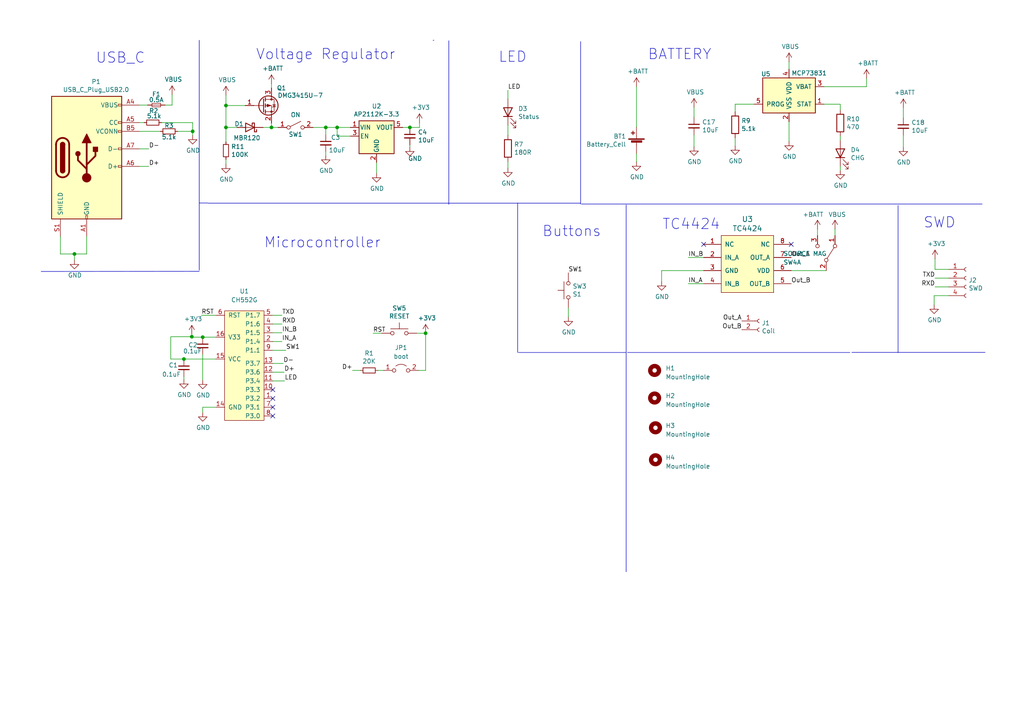
<source format=kicad_sch>
(kicad_sch (version 20230121) (generator eeschema)
  (paper "A4")
  (lib_symbols
    (symbol "Battery_Management:MCP73831-2-OT" (pin_names (offset 1.016))
      (property "Reference" "U" (at -7.62 6.35 0))
      (property "Value" "MCP73831-2-OT" (at 1.27 6.35 0))
      (symbol "MCP73831-2-OT_0_1"
        (rectangle (start -7.62 5.08) (end 7.62 -5.08) (stroke (width 0.254)) (fill (type background)))
      )
      (symbol "MCP73831-2-OT_1_1"
        (pin output line (at 10.16 -2.54 180) (length 2.54) (name "STAT") (number "1"))
        (pin power_in line (at 0 -7.62 90) (length 2.54) (name "VSS") (number "2"))
        (pin power_out line (at 10.16 2.54 180) (length 2.54) (name "VBAT") (number "3"))
        (pin power_in line (at 0 7.62 270) (length 2.54) (name "VDD") (number "4"))
        (pin input line (at -10.16 -2.54 0) (length 2.54) (name "PROG") (number "5"))
      )
    )
    (symbol "Connector:Conn_01x02_Female" (pin_names (offset 1.016) hide)
      (property "Reference" "J" (at 0 2.54 0))
      (property "Value" "Conn_01x02_Female" (at 0 -5.08 0))
      (symbol "Conn_01x02_Female_1_1"
        (arc (start 0 -2.032) (mid -0.5058 -2.54) (end 0 -3.048) (stroke (width 0.1524)))
        (polyline (pts (xy -1.27 -2.54) (xy -0.508 -2.54)) (stroke (width 0.1524)))
        (polyline (pts (xy -1.27 0) (xy -0.508 0)) (stroke (width 0.1524)))
        (arc (start 0 0.508) (mid -0.5058 0) (end 0 -0.508) (stroke (width 0.1524)))
        (pin passive line (at -5.08 0 0) (length 3.81) (name "Pin_1") (number "1"))
        (pin passive line (at -5.08 -2.54 0) (length 3.81) (name "Pin_2") (number "2"))
      )
    )
    (symbol "Connector:Conn_01x04_Female" (pin_names (offset 1.016) hide)
      (property "Reference" "J" (at 0 5.08 0))
      (property "Value" "Conn_01x04_Female" (at 0 -7.62 0))
      (symbol "Conn_01x04_Female_1_1"
        (arc (start 0 -4.572) (mid -0.5058 -5.08) (end 0 -5.588) (stroke (width 0.1524)))
        (arc (start 0 -2.032) (mid -0.5058 -2.54) (end 0 -3.048) (stroke (width 0.1524)))
        (polyline (pts (xy -1.27 -5.08) (xy -0.508 -5.08)) (stroke (width 0.1524)))
        (polyline (pts (xy -1.27 -2.54) (xy -0.508 -2.54)) (stroke (width 0.1524)))
        (polyline (pts (xy -1.27 0) (xy -0.508 0)) (stroke (width 0.1524)))
        (polyline (pts (xy -1.27 2.54) (xy -0.508 2.54)) (stroke (width 0.1524)))
        (arc (start 0 0.508) (mid -0.5058 0) (end 0 -0.508) (stroke (width 0.1524)))
        (arc (start 0 3.048) (mid -0.5058 2.54) (end 0 2.032) (stroke (width 0.1524)))
        (pin passive line (at -5.08 2.54 0) (length 3.81) (name "Pin_1") (number "1"))
        (pin passive line (at -5.08 0 0) (length 3.81) (name "Pin_2") (number "2"))
        (pin passive line (at -5.08 -2.54 0) (length 3.81) (name "Pin_3") (number "3"))
        (pin passive line (at -5.08 -5.08 0) (length 3.81) (name "Pin_4") (number "4"))
      )
    )
    (symbol "Connector:USB_C_Plug_USB2.0" (pin_names (offset 1.016))
      (property "Reference" "P" (at -10.16 19.05 0))
      (property "Value" "USB_C_Plug_USB2.0" (at 12.7 19.05 0))
      (symbol "USB_C_Plug_USB2.0_0_0"
        (rectangle (start -0.254 -17.78) (end 0.254 -16.764))
        (rectangle (start 10.16 -2.286) (end 9.144 -2.794))
        (rectangle (start 10.16 2.794) (end 9.144 2.286))
        (rectangle (start 10.16 7.874) (end 9.144 7.366))
        (rectangle (start 10.16 10.414) (end 9.144 9.906))
        (rectangle (start 10.16 15.494) (end 9.144 14.986))
      )
      (symbol "USB_C_Plug_USB2.0_0_1"
        (rectangle (start -10.16 17.78) (end 10.16 -17.78) (stroke (width 0.254)) (fill (type background)))
        (arc (start -8.89 -3.81) (mid -6.985 -5.7067) (end -5.08 -3.81) (stroke (width 0.508)))
        (arc (start -7.62 -3.81) (mid -6.985 -4.4423) (end -6.35 -3.81) (stroke (width 0.254)))
        (arc (start -7.62 -3.81) (mid -6.985 -4.4423) (end -6.35 -3.81) (stroke (width 0.254)) (fill (type outline)))
        (rectangle (start -7.62 -3.81) (end -6.35 3.81) (stroke (width 0.254)) (fill (type outline)))
        (arc (start -6.35 3.81) (mid -6.985 4.4423) (end -7.62 3.81) (stroke (width 0.254)))
        (arc (start -6.35 3.81) (mid -6.985 4.4423) (end -7.62 3.81) (stroke (width 0.254)) (fill (type outline)))
        (arc (start -5.08 3.81) (mid -6.985 5.7067) (end -8.89 3.81) (stroke (width 0.508)))
        (circle (center -2.54 1.143) (radius 0.635) (stroke (width 0.254)) (fill (type outline)))
        (circle (center 0 -5.842) (radius 1.27) (fill (type outline)))
        (polyline (pts (xy -8.89 -3.81) (xy -8.89 3.81)) (stroke (width 0.508)))
        (polyline (pts (xy -5.08 3.81) (xy -5.08 -3.81)) (stroke (width 0.508)))
        (polyline (pts (xy 0 -5.842) (xy 0 4.318)) (stroke (width 0.508)))
        (polyline (pts (xy 0 -3.302) (xy -2.54 -0.762) (xy -2.54 0.508)) (stroke (width 0.508)))
        (polyline (pts (xy 0 -2.032) (xy 2.54 0.508) (xy 2.54 1.778)) (stroke (width 0.508)))
        (polyline (pts (xy -1.27 4.318) (xy 0 6.858) (xy 1.27 4.318) (xy -1.27 4.318)) (stroke (width 0.254)) (fill (type outline)))
        (rectangle (start 1.905 1.778) (end 3.175 3.048) (stroke (width 0.254)) (fill (type outline)))
      )
      (symbol "USB_C_Plug_USB2.0_1_1"
        (pin passive line (at 0 -22.86 90) (length 5.08) (name "GND") (number "A1"))
        (pin passive line (at 0 -22.86 90) (length 5.08) hide (name "GND") (number "A12"))
        (pin passive line (at 15.24 15.24 180) (length 5.08) (name "VBUS") (number "A4"))
        (pin bidirectional line (at 15.24 10.16 180) (length 5.08) (name "CC") (number "A5"))
        (pin bidirectional line (at 15.24 -2.54 180) (length 5.08) (name "D+") (number "A6"))
        (pin bidirectional line (at 15.24 2.54 180) (length 5.08) (name "D-") (number "A7"))
        (pin passive line (at 15.24 15.24 180) (length 5.08) hide (name "VBUS") (number "A9"))
        (pin passive line (at 0 -22.86 90) (length 5.08) hide (name "GND") (number "B1"))
        (pin passive line (at 0 -22.86 90) (length 5.08) hide (name "GND") (number "B12"))
        (pin passive line (at 15.24 15.24 180) (length 5.08) hide (name "VBUS") (number "B4"))
        (pin bidirectional line (at 15.24 7.62 180) (length 5.08) (name "VCONN") (number "B5"))
        (pin passive line (at 15.24 15.24 180) (length 5.08) hide (name "VBUS") (number "B9"))
        (pin passive line (at -7.62 -22.86 90) (length 5.08) (name "SHIELD") (number "S1"))
      )
    )
    (symbol "Device:Battery_Cell" (pin_numbers hide) (pin_names (offset 0) hide)
      (property "Reference" "BT" (at 2.54 2.54 0))
      (property "Value" "Battery_Cell" (at 2.54 0 0))
      (symbol "Battery_Cell_0_1"
        (rectangle (start -2.286 1.778) (end 2.286 1.524) (fill (type outline)))
        (rectangle (start -1.5748 1.1938) (end 1.4732 0.6858) (fill (type outline)))
        (polyline (pts (xy 0 0.762) (xy 0 0)))
        (polyline (pts (xy 0 1.778) (xy 0 2.54)))
        (polyline (pts (xy 0.508 3.429) (xy 1.524 3.429)) (stroke (width 0.254)))
        (polyline (pts (xy 1.016 3.937) (xy 1.016 2.921)) (stroke (width 0.254)))
      )
      (symbol "Battery_Cell_1_1"
        (pin passive line (at 0 5.08 270) (length 2.54) (name "+") (number "1"))
        (pin passive line (at 0 -2.54 90) (length 2.54) (name "-") (number "2"))
      )
    )
    (symbol "Device:C_Small" (pin_numbers hide) (pin_names (offset 0.254) hide)
      (property "Reference" "C" (at 0.254 1.778 0))
      (property "Value" "C_Small" (at 0.254 -2.032 0))
      (symbol "C_Small_0_1"
        (polyline (pts (xy -1.524 -0.508) (xy 1.524 -0.508)) (stroke (width 0.3302)))
        (polyline (pts (xy -1.524 0.508) (xy 1.524 0.508)) (stroke (width 0.3048)))
      )
      (symbol "C_Small_1_1"
        (pin passive line (at 0 2.54 270) (length 2.032) (name "~") (number "1"))
        (pin passive line (at 0 -2.54 90) (length 2.032) (name "~") (number "2"))
      )
    )
    (symbol "Device:Fuse_Small" (pin_numbers hide) (pin_names (offset 0.254) hide)
      (property "Reference" "F" (at 0 -1.524 0))
      (property "Value" "Fuse_Small" (at 0 1.524 0))
      (symbol "Fuse_Small_0_1"
        (rectangle (start -1.27 0.508) (end 1.27 -0.508))
        (polyline (pts (xy -1.27 0) (xy 1.27 0)))
      )
      (symbol "Fuse_Small_1_1"
        (pin passive line (at -2.54 0 0) (length 1.27) (name "~") (number "1"))
        (pin passive line (at 2.54 0 180) (length 1.27) (name "~") (number "2"))
      )
    )
    (symbol "Device:LED" (pin_numbers hide) (pin_names (offset 1.016) hide)
      (property "Reference" "D" (at 0 2.54 0))
      (property "Value" "LED" (at 0 -2.54 0))
      (symbol "LED_0_1"
        (polyline (pts (xy -1.27 -1.27) (xy -1.27 1.27)) (stroke (width 0.254)))
        (polyline (pts (xy -1.27 0) (xy 1.27 0)))
        (polyline (pts (xy 1.27 -1.27) (xy 1.27 1.27) (xy -1.27 0) (xy 1.27 -1.27)) (stroke (width 0.254)))
        (polyline (pts (xy -3.048 -0.762) (xy -4.572 -2.286) (xy -3.81 -2.286) (xy -4.572 -2.286) (xy -4.572 -1.524)))
        (polyline (pts (xy -1.778 -0.762) (xy -3.302 -2.286) (xy -2.54 -2.286) (xy -3.302 -2.286) (xy -3.302 -1.524)))
      )
      (symbol "LED_1_1"
        (pin passive line (at -3.81 0 0) (length 2.54) (name "K") (number "1"))
        (pin passive line (at 3.81 0 180) (length 2.54) (name "A") (number "2"))
      )
    )
    (symbol "Device:Q_PMOS_GSD" (pin_names (offset 0) hide)
      (property "Reference" "Q" (at 5.08 1.27 0))
      (property "Value" "Q_PMOS_GSD" (at 5.08 -1.27 0))
      (symbol "Q_PMOS_GSD_0_1"
        (polyline (pts (xy 0.254 0) (xy -2.54 0)))
        (polyline (pts (xy 0.254 1.905) (xy 0.254 -1.905)) (stroke (width 0.254)))
        (polyline (pts (xy 0.762 -1.27) (xy 0.762 -2.286)) (stroke (width 0.254)))
        (polyline (pts (xy 0.762 0.508) (xy 0.762 -0.508)) (stroke (width 0.254)))
        (polyline (pts (xy 0.762 2.286) (xy 0.762 1.27)) (stroke (width 0.254)))
        (polyline (pts (xy 2.54 2.54) (xy 2.54 1.778)))
        (polyline (pts (xy 2.54 -2.54) (xy 2.54 0) (xy 0.762 0)))
        (polyline (pts (xy 0.762 1.778) (xy 3.302 1.778) (xy 3.302 -1.778) (xy 0.762 -1.778)))
        (polyline (pts (xy 2.286 0) (xy 1.27 0.381) (xy 1.27 -0.381) (xy 2.286 0)) (fill (type outline)))
        (polyline (pts (xy 2.794 -0.508) (xy 2.921 -0.381) (xy 3.683 -0.381) (xy 3.81 -0.254)))
        (polyline (pts (xy 3.302 -0.381) (xy 2.921 0.254) (xy 3.683 0.254) (xy 3.302 -0.381)))
        (circle (center 1.651 0) (radius 2.794) (stroke (width 0.254)))
        (circle (center 2.54 -1.778) (radius 0.254) (fill (type outline)))
        (circle (center 2.54 1.778) (radius 0.254) (fill (type outline)))
      )
      (symbol "Q_PMOS_GSD_1_1"
        (pin input line (at -5.08 0 0) (length 2.54) (name "G") (number "1"))
        (pin passive line (at 2.54 -5.08 90) (length 2.54) (name "S") (number "2"))
        (pin passive line (at 2.54 5.08 270) (length 2.54) (name "D") (number "3"))
      )
    )
    (symbol "Device:R" (pin_numbers hide) (pin_names (offset 0))
      (property "Reference" "R" (at 2.032 0 90))
      (property "Value" "R" (at 0 0 90))
      (symbol "R_0_1"
        (rectangle (start -1.016 -2.54) (end 1.016 2.54) (stroke (width 0.254)))
      )
      (symbol "R_1_1"
        (pin passive line (at 0 3.81 270) (length 1.27) (name "~") (number "1"))
        (pin passive line (at 0 -3.81 90) (length 1.27) (name "~") (number "2"))
      )
    )
    (symbol "Device:R_Small" (pin_numbers hide) (pin_names (offset 0.254) hide)
      (property "Reference" "R" (at 0.762 0.508 0))
      (property "Value" "R_Small" (at 0.762 -1.016 0))
      (symbol "R_Small_0_1"
        (rectangle (start -0.762 1.778) (end 0.762 -1.778) (stroke (width 0.2032)))
      )
      (symbol "R_Small_1_1"
        (pin passive line (at 0 2.54 270) (length 0.762) (name "~") (number "1"))
        (pin passive line (at 0 -2.54 90) (length 0.762) (name "~") (number "2"))
      )
    )
    (symbol "Diode:MBR340" (pin_numbers hide) (pin_names (offset 1.016) hide)
      (property "Reference" "D" (at 0 2.54 0))
      (property "Value" "MBR340" (at 0 -2.54 0))
      (symbol "MBR340_0_1"
        (polyline (pts (xy 1.27 0) (xy -1.27 0)))
        (polyline (pts (xy 1.27 1.27) (xy 1.27 -1.27) (xy -1.27 0) (xy 1.27 1.27)) (stroke (width 0.254)))
        (polyline (pts (xy -1.905 0.635) (xy -1.905 1.27) (xy -1.27 1.27) (xy -1.27 -1.27) (xy -0.635 -1.27) (xy -0.635 -0.635)) (stroke (width 0.254)))
      )
      (symbol "MBR340_1_1"
        (pin passive line (at -3.81 0 0) (length 2.54) (name "K") (number "1"))
        (pin passive line (at 3.81 0 180) (length 2.54) (name "A") (number "2"))
      )
    )
    (symbol "HunterCat-NFC-rescue:AP2112K-3.3-Regulator_Linear" (pin_names (offset 0.254))
      (property "Reference" "U" (at -5.08 5.715 0))
      (property "Value" "AP2112K-3.3-Regulator_Linear" (at 0 5.715 0))
      (symbol "AP2112K-3.3-Regulator_Linear_0_1"
        (rectangle (start -5.08 4.445) (end 5.08 -5.08) (stroke (width 0.254)) (fill (type background)))
      )
      (symbol "AP2112K-3.3-Regulator_Linear_1_1"
        (pin power_in line (at -7.62 2.54 0) (length 2.54) (name "VIN") (number "1"))
        (pin power_in line (at 0 -7.62 90) (length 2.54) (name "GND") (number "2"))
        (pin input line (at -7.62 0 0) (length 2.54) (name "EN") (number "3"))
        (pin no_connect line (at 7.62 0 180) (length 2.54) hide (name "NC") (number "4"))
        (pin power_out line (at 7.62 2.54 180) (length 2.54) (name "VOUT") (number "5"))
      )
    )
    (symbol "Jumper:Jumper_2_Open" (pin_names (offset 0) hide)
      (property "Reference" "JP" (at 0 2.794 0))
      (property "Value" "Jumper_2_Open" (at 0 -2.286 0))
      (symbol "Jumper_2_Open_0_0"
        (circle (center -2.032 0) (radius 0.508))
        (circle (center 2.032 0) (radius 0.508))
      )
      (symbol "Jumper_2_Open_0_1"
        (arc (start 1.524 1.27) (mid 0 1.778) (end -1.524 1.27))
      )
      (symbol "Jumper_2_Open_1_1"
        (pin passive line (at -5.08 0 0) (length 2.54) (name "A") (number "1"))
        (pin passive line (at 5.08 0 180) (length 2.54) (name "B") (number "2"))
      )
    )
    (symbol "Magspoof_V3-rescue:TC4424-electroniccats" (pin_names (offset 1.016))
      (property "Reference" "U" (at -7.62 10.16 0))
      (property "Value" "TC4424-electroniccats" (at 3.81 10.16 0))
      (symbol "TC4424-electroniccats_0_1"
        (rectangle (start -7.62 8.89) (end 7.62 -7.62) (fill (type background)))
      )
      (symbol "TC4424-electroniccats_1_1"
        (pin input line (at -12.7 6.35 0) (length 5.08) (name "NC") (number "1"))
        (pin input line (at -12.7 2.54 0) (length 5.08) (name "IN_A") (number "2"))
        (pin input line (at -12.7 -1.27 0) (length 5.08) (name "GND") (number "3"))
        (pin input line (at -12.7 -5.08 0) (length 5.08) (name "IN_B") (number "4"))
        (pin input line (at 12.7 -5.08 180) (length 5.08) (name "OUT_B") (number "5"))
        (pin input line (at 12.7 -1.27 180) (length 5.08) (name "VDD") (number "6"))
        (pin input line (at 12.7 2.54 180) (length 5.08) (name "OUT_A") (number "7"))
        (pin input line (at 12.7 6.35 180) (length 5.08) (name "NC") (number "8"))
      )
    )
    (symbol "Mechanical:MountingHole" (pin_names (offset 1.016))
      (property "Reference" "H" (at 0 5.08 0))
      (property "Value" "MountingHole" (at 0 3.175 0))
      (symbol "MountingHole_0_1"
        (circle (center 0 0) (radius 1.27) (stroke (width 1.27)))
      )
    )
    (symbol "Switch:SW_DPDT_x2" (pin_names (offset 0) hide)
      (property "Reference" "SW" (at 0 4.318 0))
      (property "Value" "SW_DPDT_x2" (at 0 -5.08 0))
      (symbol "SW_DPDT_x2_0_0"
        (circle (center -2.032 0) (radius 0.508))
        (circle (center 2.032 -2.54) (radius 0.508))
      )
      (symbol "SW_DPDT_x2_0_1"
        (polyline (pts (xy -1.524 0.254) (xy 1.651 2.286)))
        (circle (center 2.032 2.54) (radius 0.508))
      )
      (symbol "SW_DPDT_x2_1_1"
        (pin passive line (at 5.08 2.54 180) (length 2.54) (name "A") (number "1"))
        (pin passive line (at -5.08 0 0) (length 2.54) (name "B") (number "2"))
        (pin passive line (at 5.08 -2.54 180) (length 2.54) (name "C") (number "3"))
      )
      (symbol "SW_DPDT_x2_2_1"
        (pin passive line (at 5.08 2.54 180) (length 2.54) (name "A") (number "4"))
        (pin passive line (at -5.08 0 0) (length 2.54) (name "B") (number "5"))
        (pin passive line (at 5.08 -2.54 180) (length 2.54) (name "C") (number "6"))
      )
    )
    (symbol "Switch:SW_Push" (pin_numbers hide) (pin_names (offset 1.016) hide)
      (property "Reference" "SW" (at 1.27 2.54 0))
      (property "Value" "SW_Push" (at 0 -1.524 0))
      (symbol "SW_Push_0_1"
        (circle (center -2.032 0) (radius 0.508))
        (polyline (pts (xy 0 1.27) (xy 0 3.048)))
        (polyline (pts (xy 2.54 1.27) (xy -2.54 1.27)))
        (circle (center 2.032 0) (radius 0.508))
        (pin passive line (at -5.08 0 0) (length 2.54) (name "1") (number "1"))
        (pin passive line (at 5.08 0 180) (length 2.54) (name "2") (number "2"))
      )
    )
    (symbol "Switch:SW_SPST" (pin_names (offset 0) hide)
      (property "Reference" "SW" (at 0 3.175 0))
      (property "Value" "SW_SPST" (at 0 -2.54 0))
      (symbol "SW_SPST_0_0"
        (circle (center -2.032 0) (radius 0.508))
        (polyline (pts (xy -1.524 0.254) (xy 1.524 1.778)))
        (circle (center 2.032 0) (radius 0.508))
      )
      (symbol "SW_SPST_1_1"
        (pin passive line (at -5.08 0 0) (length 2.54) (name "A") (number "1"))
        (pin passive line (at 5.08 0 180) (length 2.54) (name "B") (number "2"))
      )
    )
    (symbol "electroniccats:CH552G" (pin_names (offset 1.016))
      (property "Reference" "U?" (at 0.635 12.065 0))
      (property "Value" "CH552G" (at 0.635 9.525 0))
      (symbol "CH552G_0_1"
        (rectangle (start -5.08 6.35) (end 6.35 -25.4) (fill (type background)))
      )
      (symbol "CH552G_1_1"
        (pin input line (at 8.89 -19.05 180) (length 2.54) (name "P3.2") (number "1"))
        (pin input line (at 8.89 -16.51 180) (length 2.54) (name "P3.3") (number "10"))
        (pin input line (at 8.89 -13.97 180) (length 2.54) (name "P3.4") (number "11"))
        (pin input line (at 8.89 -11.43 180) (length 2.54) (name "P3.6") (number "12"))
        (pin input line (at 8.89 -8.89 180) (length 2.54) (name "P3.7") (number "13"))
        (pin input line (at -7.62 -21.59 0) (length 2.54) (name "GND") (number "14"))
        (pin input line (at -7.62 -7.62 0) (length 2.54) (name "VCC") (number "15"))
        (pin input line (at -7.62 -1.27 0) (length 2.54) (name "V33") (number "16"))
        (pin input line (at 8.89 -2.54 180) (length 2.54) (name "P1.4") (number "2"))
        (pin input line (at 8.89 0 180) (length 2.54) (name "P1.5") (number "3"))
        (pin input line (at 8.89 2.54 180) (length 2.54) (name "P1.6") (number "4"))
        (pin input line (at 8.89 5.08 180) (length 2.54) (name "P1.7") (number "5"))
        (pin input line (at -7.62 5.08 0) (length 2.54) (name "RST") (number "6"))
        (pin input line (at 8.89 -21.59 180) (length 2.54) (name "P3.1") (number "7"))
        (pin input line (at 8.89 -24.13 180) (length 2.54) (name "P3.0") (number "8"))
        (pin input line (at 8.89 -5.08 180) (length 2.54) (name "P1.1") (number "9"))
      )
    )
    (symbol "power:+3V3" (power) (pin_names (offset 0))
      (property "Value" "+3V3" (at 0 3.556 0))
      (symbol "+3V3_0_1"
        (polyline (pts (xy -0.762 1.27) (xy 0 2.54)))
        (polyline (pts (xy 0 0) (xy 0 2.54)))
        (polyline (pts (xy 0 2.54) (xy 0.762 1.27)))
      )
      (symbol "+3V3_1_1"
        (pin power_in line (at 0 0 90) (length 0) hide (name "+3V3") (number "1"))
      )
    )
    (symbol "power:+BATT" (power) (pin_names (offset 0))
      (property "Value" "+BATT" (at 0 3.556 0))
      (symbol "+BATT_0_1"
        (polyline (pts (xy -0.762 1.27) (xy 0 2.54)))
        (polyline (pts (xy 0 0) (xy 0 2.54)))
        (polyline (pts (xy 0 2.54) (xy 0.762 1.27)))
      )
      (symbol "+BATT_1_1"
        (pin power_in line (at 0 0 90) (length 0) hide (name "+BATT") (number "1"))
      )
    )
    (symbol "power:GND" (power) (pin_names (offset 0))
      (property "Value" "GND" (at 0 -3.81 0))
      (symbol "GND_0_1"
        (polyline (pts (xy 0 0) (xy 0 -1.27) (xy 1.27 -1.27) (xy 0 -2.54) (xy -1.27 -1.27) (xy 0 -1.27)))
      )
      (symbol "GND_1_1"
        (pin power_in line (at 0 0 270) (length 0) hide (name "GND") (number "1"))
      )
    )
    (symbol "power:VBUS" (power) (pin_names (offset 0))
      (property "Value" "VBUS" (at 0 3.81 0))
      (symbol "VBUS_0_1"
        (polyline (pts (xy -0.762 1.27) (xy 0 2.54)))
        (polyline (pts (xy 0 0) (xy 0 2.54)))
        (polyline (pts (xy 0 2.54) (xy 0.762 1.27)))
      )
      (symbol "VBUS_1_1"
        (pin power_in line (at 0 0 90) (length 0) hide (name "VBUS") (number "1"))
      )
    )
  )
  (junction (at 78.74 36.957))
  (junction (at 94.488 36.957))
  (junction (at 97.79 36.957))
  (junction (at 58.801 97.79))
  (junction (at 21.59 73.66))
  (junction (at 118.872 36.957))
  (junction (at 123.444 96.647))
  (junction (at 55.88 38.1))
  (junction (at 65.532 30.607))
  (junction (at 55.626 97.663))
  (junction (at 53.34 104.14))
  (junction (at 65.532 36.957))
  (no_connect (at 79.121 120.65))
  (no_connect (at 79.121 113.03))
  (no_connect (at 204.089 70.866))
  (no_connect (at 79.121 115.57))
  (no_connect (at 229.489 70.866))
  (no_connect (at 79.121 118.11))
  (wire (pts (xy 65.532 36.957) (xy 65.532 41.148)))
  (wire (pts (xy 78.74 25.527) (xy 78.74 24.257)))
  (wire (pts (xy 49.53 97.663) (xy 55.626 97.663)))
  (wire (pts (xy 78.74 36.957) (xy 76.327 36.957)))
  (wire (pts (xy 121.666 36.957) (xy 121.666 35.56)))
  (wire (pts (xy 201.295 31.115) (xy 201.295 34.036)))
  (wire (pts (xy 184.6072 25.0952) (xy 184.6072 36.9062)))
  (wire (pts (xy 97.79 36.957) (xy 101.6 36.957)))
  (wire (pts (xy 199.644 82.296) (xy 204.089 82.296)))
  (wire (pts (xy 243.713 39.497) (xy 243.713 40.64)))
  (wire (pts (xy 55.88 38.1) (xy 55.88 39.243)))
  (wire (pts (xy 237.109 68.326) (xy 237.109 66.421)))
  (wire (pts (xy 147.32 36.322) (xy 147.32 39.243)))
  (wire (pts (xy 116.84 36.957) (xy 118.872 36.957)))
  (polyline (pts (xy 181.61 102.362) (xy 181.61 165.8366)))
  (wire (pts (xy 229.489 78.486) (xy 239.649 78.486)))
  (wire (pts (xy 65.532 30.607) (xy 65.532 27.559)))
  (wire (pts (xy 79.121 101.6) (xy 82.931 101.6)))
  (wire (pts (xy 228.854 17.907) (xy 228.854 20.066)))
  (wire (pts (xy 123.444 107.442) (xy 123.444 96.647)))
  (wire (pts (xy 49.911 30.48) (xy 49.911 27.432)))
  (wire (pts (xy 270.9418 88.4174) (xy 270.9418 85.7504)))
  (wire (pts (xy 46.863 35.56) (xy 55.88 35.56)))
  (wire (pts (xy 147.32 46.863) (xy 147.32 48.768)))
  (polyline (pts (xy 247.0658 102.2096) (xy 285.7246 102.2096)))
  (wire (pts (xy 120.904 96.647) (xy 123.444 96.647)))
  (wire (pts (xy 164.846 91.948) (xy 164.846 89.281)))
  (wire (pts (xy 43.18 43.18) (xy 40.386 43.18)))
  (wire (pts (xy 79.121 105.41) (xy 82.169 105.41)))
  (wire (pts (xy 97.79 39.497) (xy 97.79 36.957)))
  (wire (pts (xy 79.121 93.98) (xy 81.788 93.98)))
  (wire (pts (xy 121.412 107.442) (xy 123.444 107.442)))
  (wire (pts (xy 49.53 97.663) (xy 49.53 104.14)))
  (wire (pts (xy 191.897 78.486) (xy 204.089 78.486)))
  (wire (pts (xy 94.488 36.957) (xy 97.79 36.957)))
  (wire (pts (xy 243.713 48.26) (xy 243.713 49.403)))
  (wire (pts (xy 65.532 46.228) (xy 65.532 47.625)))
  (wire (pts (xy 213.233 30.226) (xy 213.233 32.385)))
  (wire (pts (xy 97.79 39.497) (xy 101.6 39.497)))
  (wire (pts (xy 201.295 39.116) (xy 201.295 42.545)))
  (wire (pts (xy 118.872 42.037) (xy 118.872 42.672)))
  (wire (pts (xy 228.854 35.306) (xy 228.854 41.021)))
  (wire (pts (xy 80.645 36.957) (xy 78.74 36.957)))
  (wire (pts (xy 275.1328 78.1304) (xy 271.1958 78.1304)))
  (wire (pts (xy 68.707 36.957) (xy 65.532 36.957)))
  (polyline (pts (xy 168.402 58.928) (xy 60.325 58.928)))
  (wire (pts (xy 251.333 22.733) (xy 251.333 25.146)))
  (wire (pts (xy 118.872 36.957) (xy 121.666 36.957)))
  (polyline (pts (xy 260.477 102.2604) (xy 260.477 59.5884)))
  (wire (pts (xy 271.1958 78.1304) (xy 271.1958 75.0824)))
  (polyline (pts (xy 150.368 102.235) (xy 181.61 102.235)))
  (wire (pts (xy 21.59 73.66) (xy 21.59 75.438)))
  (polyline (pts (xy 150.1394 102.235) (xy 150.1394 58.928)))
  (wire (pts (xy 79.121 110.49) (xy 82.55 110.49)))
  (wire (pts (xy 55.626 97.79) (xy 58.801 97.79)))
  (wire (pts (xy 102.235 107.442) (xy 104.521 107.442)))
  (polyline (pts (xy 57.785 78.6892) (xy 11.938 78.74)))
  (wire (pts (xy 46.482 38.1) (xy 40.386 38.1)))
  (polyline (pts (xy 181.991 102.235) (xy 246.507 102.235)))
  (polyline (pts (xy 168.656 59.182) (xy 284.861 59.182)))
  (wire (pts (xy 17.526 68.58) (xy 17.526 73.66)))
  (wire (pts (xy 53.34 109.22) (xy 53.34 110.109)))
  (wire (pts (xy 25.146 68.58) (xy 25.146 73.66)))
  (wire (pts (xy 147.32 26.162) (xy 147.32 28.702)))
  (wire (pts (xy 184.6072 46.9392) (xy 184.6072 44.5262)))
  (wire (pts (xy 55.626 97.663) (xy 55.626 96.901)))
  (polyline (pts (xy 150.1394 58.928) (xy 150.114 58.928)))
  (wire (pts (xy 262.001 31.242) (xy 262.001 34.163)))
  (wire (pts (xy 17.526 73.66) (xy 21.59 73.66)))
  (wire (pts (xy 79.121 91.44) (xy 81.788 91.44)))
  (polyline (pts (xy 130.175 59.309) (xy 130.175 11.811)))
  (polyline (pts (xy 125.603 11.684) (xy 125.857 11.684)))
  (wire (pts (xy 199.644 74.676) (xy 204.089 74.676)))
  (wire (pts (xy 270.9418 85.7504) (xy 275.1328 85.7504)))
  (wire (pts (xy 251.333 25.146) (xy 239.014 25.146)))
  (wire (pts (xy 78.74 35.687) (xy 78.74 36.957)))
  (polyline (pts (xy 57.785 58.8772) (xy 60.2234 58.8772)))
  (wire (pts (xy 43.18 48.26) (xy 40.386 48.26)))
  (wire (pts (xy 109.601 107.442) (xy 111.252 107.442)))
  (wire (pts (xy 62.611 97.79) (xy 58.801 97.79)))
  (wire (pts (xy 243.713 30.226) (xy 239.014 30.226)))
  (wire (pts (xy 79.121 96.52) (xy 81.788 96.52)))
  (wire (pts (xy 58.801 118.11) (xy 58.801 119.634)))
  (wire (pts (xy 53.34 104.14) (xy 49.53 104.14)))
  (wire (pts (xy 62.611 91.44) (xy 58.42 91.44)))
  (wire (pts (xy 271.1958 80.6704) (xy 275.1328 80.6704)))
  (wire (pts (xy 90.805 36.957) (xy 94.488 36.957)))
  (wire (pts (xy 51.562 38.1) (xy 55.88 38.1)))
  (wire (pts (xy 109.22 47.117) (xy 109.22 50.292)))
  (polyline (pts (xy 168.402 59.182) (xy 168.402 12.065)))
  (wire (pts (xy 62.611 104.14) (xy 53.34 104.14)))
  (wire (pts (xy 275.1328 83.2104) (xy 271.1958 83.2104)))
  (wire (pts (xy 40.386 35.56) (xy 41.783 35.56)))
  (wire (pts (xy 94.488 38.989) (xy 94.488 36.957)))
  (wire (pts (xy 242.189 68.326) (xy 242.189 66.421)))
  (wire (pts (xy 110.744 96.647) (xy 108.204 96.647)))
  (wire (pts (xy 58.801 102.87) (xy 58.801 110.236)))
  (polyline (pts (xy 181.61 102.235) (xy 181.61 59.436)))
  (polyline (pts (xy 57.785 11.684) (xy 57.785 78.359)))
  (wire (pts (xy 62.611 118.11) (xy 58.801 118.11)))
  (wire (pts (xy 42.799 30.48) (xy 40.386 30.48)))
  (wire (pts (xy 243.713 31.877) (xy 243.713 30.226)))
  (wire (pts (xy 47.879 30.48) (xy 49.911 30.48)))
  (wire (pts (xy 25.146 73.66) (xy 21.59 73.66)))
  (wire (pts (xy 218.694 30.226) (xy 213.233 30.226)))
  (wire (pts (xy 55.626 97.79) (xy 55.626 97.663)))
  (wire (pts (xy 191.897 81.661) (xy 191.897 78.486)))
  (wire (pts (xy 94.488 44.069) (xy 94.488 45.085)))
  (wire (pts (xy 65.532 36.957) (xy 65.532 30.607)))
  (wire (pts (xy 55.88 35.56) (xy 55.88 38.1)))
  (wire (pts (xy 79.121 99.06) (xy 81.788 99.06)))
  (wire (pts (xy 262.001 39.243) (xy 262.001 42.672)))
  (wire (pts (xy 213.233 42.291) (xy 213.233 40.005)))
  (wire (pts (xy 71.12 30.607) (xy 65.532 30.607)))
  (wire (pts (xy 79.121 107.95) (xy 82.423 107.95)))
  (text "TC4424" (at 192.024 66.929 0) (effects (font (size 2.9972 2.9972)) (justify left bottom)))
  (text "Microcontroller" (at 76.5048 72.2376 0) (effects (font (size 2.9972 2.9972)) (justify left bottom)))
  (text "SWD" (at 267.7668 66.4464 0) (effects (font (size 2.9972 2.9972)) (justify left bottom)))
  (text "Buttons" (at 157.226 68.961 0) (effects (font (size 2.9972 2.9972)) (justify left bottom)))
  (text "USB_C" (at 27.686 18.669 0) (effects (font (size 2.9972 2.9972)) (justify left bottom)))
  (text "Voltage Regulator" (at 74.168 17.653 0) (effects (font (size 2.9972 2.9972)) (justify left bottom)))
  (text "LED" (at 144.526 18.415 0) (effects (font (size 2.9972 2.9972)) (justify left bottom)))
  (text "BATTERY\n" (at 187.833 17.653 0) (effects (font (size 2.9972 2.9972)) (justify left bottom)))
  (label "D-" (at 82.169 105.41 0))
  (label "IN_B" (at 81.788 96.52 0))
  (label "SW1" (at 82.931 101.6 0))
  (label "D+" (at 82.423 107.95 0))
  (label "LED" (at 82.55 110.49 0))
  (label "Out_A" (at 215.138 93.091 180))
  (label "RXD" (at 271.1958 83.2104 180))
  (label "LED" (at 147.32 26.162 0))
  (label "D+" (at 43.18 48.26 0))
  (label "IN_A" (at 199.644 82.296 0))
  (label "Out_A" (at 229.489 74.676 0))
  (label "D+" (at 102.235 107.442 180))
  (label "RST" (at 108.204 96.647 0))
  (label "D-" (at 43.18 43.18 0))
  (label "Out_B" (at 229.489 82.296 0))
  (label "SW1" (at 164.846 79.121 0))
  (label "TXD" (at 271.1958 80.6704 180))
  (label "RXD" (at 81.788 93.98 0))
  (label "RST" (at 58.42 91.44 0))
  (label "TXD" (at 81.788 91.44 0))
  (label "IN_A" (at 81.788 99.06 0))
  (label "Out_B" (at 215.138 95.631 180))
  (label "IN_B" (at 199.644 74.676 0))
  (symbol (lib_id "electroniccats:CH552G") (at 70.231 96.52 0) (unit 1)
    (property "Reference" "U1" (at 70.866 84.455 0))
    (property "Value" "CH552G" (at 70.866 86.995 0))
    (property "Footprint" "Package_SO:SOP-16_4.55x10.3mm_P1.27mm" (effects hide))
    (property "Datasheet" "https://datasheet.lcsc.com/lcsc/2008191734_WCH-Jiangsu-Qin-Heng-CH552G_C111292.pdf" (effects hide))
    (property "LCSC#" "C111292" (effects hide))
    (property "Proveedor" "LCSC" (effects hide))
  )
  (symbol (lib_id "power:GND") (at 53.34 110.109 0) (unit 1)
    (property "Reference" "#PWR0103" (effects hide))
    (property "Value" "GND" (at 53.467 114.5032 0))
  )
  (symbol (lib_id "Device:R_Small") (at 49.022 38.1 270) (unit 1)
    (property "Reference" "R3" (at 49.022 36.449 90))
    (property "Value" "5.1k" (at 49.022 39.751 90))
    (property "Footprint" "Resistor_SMD:R_0402_1005Metric" (effects hide))
    (property "Datasheet" "https://datasheet.lcsc.com/lcsc/1810170519_PANASONIC-ERJ3RBD5101V_C191782.pdf" (effects hide))
    (property "LCSC#" "C2692696" (effects hide))
    (property "manf#" "PTFR0402B5K10P9" (effects hide))
    (property "Proveedor" "LCSC" (effects hide))
  )
  (symbol (lib_id "power:+BATT") (at 237.109 66.421 0) (unit 1)
    (property "Reference" "#PWR057" (effects hide))
    (property "Value" "+BATT" (at 235.839 62.23 0))
  )
  (symbol (lib_id "Mechanical:MountingHole") (at 189.865 107.442 0) (unit 1)
    (property "Reference" "H1" (at 193.04 106.807 0) (effects (justify left)))
    (property "Value" "MountingHole" (at 193.04 109.347 0) (effects (justify left)))
    (property "Footprint" "MountingHole:MountingHole_2.2mm_M2" (effects hide))
  )
  (symbol (lib_id "Magspoof_V3-rescue:TC4424-electroniccats") (at 216.789 77.216 0) (unit 1)
    (property "Reference" "U3" (at 216.789 63.5762 0) (effects (font (size 1.524 1.524))))
    (property "Value" "TC4424" (at 216.789 66.2686 0) (effects (font (size 1.524 1.524))))
    (property "Footprint" "Library:TC4424EMF(v3)" (effects hide))
    (property "Datasheet" "https://www.mouser.mx/datasheet/2/268/21998b-53545.pdf" (effects hide))
    (property "manf#" "TC4424AVOA713" (effects hide))
    (property "LCSC#" "C44150" (effects hide))
    (property "Proveedor" "MOUSER" (effects hide))
  )
  (symbol (lib_id "power:+BATT") (at 78.74 24.257 0) (unit 1)
    (property "Reference" "#PWR012" (effects hide))
    (property "Value" "+BATT" (at 79.121 19.8628 0))
  )
  (symbol (lib_id "power:VBUS") (at 201.295 31.115 0) (unit 1)
    (property "Reference" "#PWR049" (effects hide))
    (property "Value" "VBUS" (at 201.676 26.7208 0))
  )
  (symbol (lib_id "power:GND") (at 262.001 42.672 0) (unit 1)
    (property "Reference" "#PWR062" (effects hide))
    (property "Value" "GND" (at 262.128 47.0662 0))
  )
  (symbol (lib_id "Battery_Management:MCP73831-2-OT") (at 228.854 27.686 0) (unit 1)
    (property "Reference" "U5" (at 222.123 21.463 0))
    (property "Value" "MCP73831" (at 234.696 21.209 0))
    (property "Footprint" "Package_TO_SOT_SMD:SOT-23-5" (effects hide))
    (property "Datasheet" "http://ww1.microchip.com/downloads/en/DeviceDoc/20001984g.pdf" (effects hide))
    (property "manf#" "MCP73831T-5ACI/OT\n" (effects hide))
    (property "Proveedor" "MOUSER" (effects hide))
    (property "LCSC#" "C38066" (effects hide))
  )
  (symbol (lib_id "power:GND") (at 201.295 42.545 0) (unit 1)
    (property "Reference" "#PWR050" (effects hide))
    (property "Value" "GND" (at 201.422 46.9392 0))
  )
  (symbol (lib_id "Mechanical:MountingHole") (at 189.865 115.443 0) (unit 1)
    (property "Reference" "H2" (at 193.04 114.808 0) (effects (justify left)))
    (property "Value" "MountingHole" (at 193.04 117.348 0) (effects (justify left)))
    (property "Footprint" "MountingHole:MountingHole_2.2mm_M2" (effects hide))
  )
  (symbol (lib_id "Device:Q_PMOS_GSD") (at 76.2 30.607 0) (unit 1)
    (property "Reference" "Q1" (at 80.264 25.527 0) (effects (justify left)))
    (property "Value" "DMG3415U-7" (at 80.518 27.686 0) (effects (justify left)))
    (property "Footprint" "Package_TO_SOT_SMD:SOT-23" (effects hide))
    (property "Datasheet" "https://www.mouser.mx/datasheet/2/115/ds31735-64958.pdf" (effects hide))
    (property "LCSC#" "C96616" (effects hide))
    (property "manf#" "DMG3415UQ-7" (effects hide))
    (property "Proveedor" "LCSC" (effects hide))
  )
  (symbol (lib_id "Switch:SW_Push") (at 164.846 84.201 90) (unit 1)
    (property "Reference" "SW3" (at 166.0652 83.0326 90) (effects (justify right)))
    (property "Value" "S1" (at 166.0652 85.344 90) (effects (justify right)))
    (property "Footprint" "Button_Switch_SMD:SW_SPST_TL3342" (effects hide))
    (property "Datasheet" "https://datasheet.lcsc.com/lcsc/2205161616_E-Switch-TL3342F450QG_C2886897.pdf" (effects hide))
    (property "manf#" "TL3342F450QG" (effects hide))
    (property "LCSC#" "C2886897" (effects hide))
    (property "Proveedor" "LCSC" (effects hide))
  )
  (symbol (lib_id "power:GND") (at 147.32 48.768 0) (unit 1)
    (property "Reference" "#PWR033" (effects hide))
    (property "Value" "GND" (at 147.447 53.1622 0))
  )
  (symbol (lib_id "power:GND") (at 270.9418 88.4174 0) (unit 1)
    (property "Reference" "#PWR063" (effects hide))
    (property "Value" "GND" (at 271.0688 92.8116 0))
  )
  (symbol (lib_id "power:+BATT") (at 262.001 31.242 0) (unit 1)
    (property "Reference" "#PWR061" (effects hide))
    (property "Value" "+BATT" (at 262.382 26.8478 0))
  )
  (symbol (lib_id "Device:R_Small") (at 44.323 35.56 270) (unit 1)
    (property "Reference" "R2" (at 44.577 32.131 90))
    (property "Value" "5.1k" (at 44.704 33.655 90))
    (property "Footprint" "Resistor_SMD:R_0402_1005Metric" (effects hide))
    (property "Datasheet" "https://datasheet.lcsc.com/lcsc/1810170519_PANASONIC-ERJ3RBD5101V_C191782.pdf" (effects hide))
    (property "LCSC#" "C2692696" (effects hide))
    (property "manf#" "PTFR0402B5K10P9" (effects hide))
    (property "Proveedor" "LCSC" (effects hide))
  )
  (symbol (lib_id "Device:C_Small") (at 118.872 39.497 0) (unit 1)
    (property "Reference" "C4" (at 121.2088 38.3286 0) (effects (justify left)))
    (property "Value" "10uF" (at 121.2088 40.64 0) (effects (justify left)))
    (property "Footprint" "Capacitor_SMD:C_0402_1005Metric" (effects hide))
    (property "Datasheet" "~https://datasheet.lcsc.com/lcsc/1811021421_Samsung-Electro-Mechanics-CL10A106MP8NNNC_C85713.pdf" (effects hide))
    (property "manf#" "CL05A106MP5NUNC" (effects hide))
    (property "LCSC#" "C315248" (effects hide))
    (property "Proveedor" "LCSC" (effects hide))
  )
  (symbol (lib_id "Device:R_Small") (at 107.061 107.442 270) (unit 1)
    (property "Reference" "R1" (at 107.061 102.4636 90))
    (property "Value" "20K" (at 107.061 104.775 90))
    (property "Footprint" "Resistor_SMD:R_0402_1005Metric" (effects hide))
    (property "Datasheet" "https://www.mouser.mx/datasheet/2/54/cr-1858361.pdf" (effects hide))
    (property "manf#" "ERJ-H2RD2002X" (effects hide))
    (property "LCSC#" "C2759509" (effects hide))
    (property "Proveedor" "MOUSER" (effects hide))
  )
  (symbol (lib_id "power:+3V3") (at 123.444 96.647 0) (unit 1)
    (property "Reference" "#PWR0101" (effects hide))
    (property "Value" "+3V3" (at 123.825 92.2528 0))
  )
  (symbol (lib_id "power:GND") (at 58.801 119.634 0) (unit 1)
    (property "Reference" "#PWR0105" (effects hide))
    (property "Value" "GND" (at 58.928 124.0282 0))
  )
  (symbol (lib_id "power:VBUS") (at 65.532 27.559 0) (unit 1)
    (property "Reference" "#PWR07" (effects hide))
    (property "Value" "VBUS" (at 65.913 23.1648 0))
  )
  (symbol (lib_id "power:VBUS") (at 228.854 17.907 0) (unit 1)
    (property "Reference" "#PWR055" (effects hide))
    (property "Value" "VBUS" (at 229.235 13.5128 0))
  )
  (symbol (lib_id "power:+3V3") (at 271.1958 75.0824 0) (unit 1)
    (property "Reference" "#PWR064" (effects hide))
    (property "Value" "+3V3" (at 271.5768 70.6882 0))
  )
  (symbol (lib_id "HunterCat-NFC-rescue:AP2112K-3.3-Regulator_Linear") (at 109.22 39.497 0) (unit 1)
    (property "Reference" "U2" (at 109.22 30.8102 0))
    (property "Value" "AP2112K-3.3" (at 109.22 33.1216 0))
    (property "Footprint" "Package_TO_SOT_SMD:SOT-23-5" (effects hide))
    (property "Datasheet" "https://www.diodes.com/assets/Datasheets/AP2112.pdf" (effects hide))
    (property "manf#" "AP7347DQ-33W5-7" (effects hide))
    (property "LCSC#" "C150742" (effects hide))
  )
  (symbol (lib_id "power:GND") (at 228.854 41.021 0) (unit 1)
    (property "Reference" "#PWR056" (effects hide))
    (property "Value" "GND" (at 228.981 45.4152 0))
  )
  (symbol (lib_id "power:GND") (at 243.713 49.403 0) (unit 1)
    (property "Reference" "#PWR059" (effects hide))
    (property "Value" "GND" (at 243.84 53.7972 0))
  )
  (symbol (lib_id "power:GND") (at 184.6072 46.9392 0) (unit 1)
    (property "Reference" "#PWR045" (effects hide))
    (property "Value" "GND" (at 184.7342 51.3334 0))
  )
  (symbol (lib_id "power:+3V3") (at 55.626 96.901 0) (unit 1)
    (property "Reference" "#PWR0102" (effects hide))
    (property "Value" "+3V3" (at 56.007 92.5068 0))
  )
  (symbol (lib_id "power:GND") (at 55.88 39.243 0) (unit 1)
    (property "Reference" "#PWR05" (effects hide))
    (property "Value" "GND" (at 56.007 43.6372 0))
  )
  (symbol (lib_id "Device:R") (at 213.233 36.195 0) (unit 1)
    (property "Reference" "R9" (at 215.011 35.0266 0) (effects (justify left)))
    (property "Value" "5.1k" (at 215.011 37.338 0) (effects (justify left)))
    (property "Footprint" "Resistor_SMD:R_0402_1005Metric" (effects hide))
    (property "Datasheet" "https://datasheet.lcsc.com/lcsc/1810170519_PANASONIC-ERJ3RBD5101V_C191782.pdf" (effects hide))
    (property "LCSC#" "C2692696" (effects hide))
    (property "manf#" "PTFR0402B5K10P9" (effects hide))
    (property "Proveedor" "LCSC" (effects hide))
  )
  (symbol (lib_id "Device:R") (at 147.32 43.053 0) (unit 1)
    (property "Reference" "R7" (at 149.098 41.8846 0) (effects (justify left)))
    (property "Value" "180R" (at 149.098 44.196 0) (effects (justify left)))
    (property "Footprint" "Resistor_SMD:R_0402_1005Metric" (effects hide))
    (property "Datasheet" "https://www.mouser.mx/datasheet/2/219/RK73B-1825463.pdf" (effects hide))
    (property "manf#" "ERJ-2RKF1800X" (effects hide))
    (property "LCSC#" "C138045" (effects hide))
    (property "Proveedor" "MOUSER" (effects hide))
  )
  (symbol (lib_id "power:VBUS") (at 49.911 27.432 0) (unit 1)
    (property "Reference" "#PWR04" (effects hide))
    (property "Value" "VBUS" (at 50.292 23.0378 0))
  )
  (symbol (lib_id "Device:C_Small") (at 53.34 106.68 0) (unit 1)
    (property "Reference" "C1" (at 48.895 105.918 0) (effects (justify left)))
    (property "Value" "0.1uF" (at 46.99 108.585 0) (effects (justify left)))
    (property "Footprint" "Capacitor_SMD:C_0402_1005Metric" (effects hide))
    (property "Datasheet" "https://datasheet.lcsc.com/lcsc/1810101813_YAGEO-CC0805KRX7R9BB104_C49678.pdf" (effects hide))
    (property "manf#" "GRM022R61A104ME01L" (effects hide))
    (property "LCSC#" "C2171572" (effects hide))
    (property "Proveedor" "LCSC" (effects hide))
  )
  (symbol (lib_id "Device:C_Small") (at 201.295 36.576 0) (unit 1)
    (property "Reference" "C17" (at 203.6318 35.4076 0) (effects (justify left)))
    (property "Value" "10uF" (at 203.6318 37.719 0) (effects (justify left)))
    (property "Footprint" "Capacitor_SMD:C_0402_1005Metric" (effects hide))
    (property "Datasheet" "~https://datasheet.lcsc.com/lcsc/1811021421_Samsung-Electro-Mechanics-CL10A106MP8NNNC_C85713.pdf" (effects hide))
    (property "manf#" "CL05A106MP5NUNC" (effects hide))
    (property "LCSC#" "C315248" (effects hide))
    (property "Proveedor" "LCSC" (effects hide))
  )
  (symbol (lib_id "Device:R") (at 243.713 35.687 0) (unit 1)
    (property "Reference" "R10" (at 245.491 34.5186 0) (effects (justify left)))
    (property "Value" "470" (at 245.491 36.83 0) (effects (justify left)))
    (property "Footprint" "Resistor_SMD:R_0402_1005Metric" (effects hide))
    (property "Datasheet" "https://www.mouser.mx/datasheet/2/447/PYu_RC_Group_51_RoHS_L_11-1984063.pdf" (effects hide))
    (property "manf#" "SFR01MZPJ471" (effects hide))
    (property "Proveedor" "MOUSER" (effects hide))
    (property "LCSC#" "C114877" (effects hide))
  )
  (symbol (lib_id "Switch:SW_SPST") (at 85.725 36.957 0) (unit 1)
    (property "Reference" "SW1" (at 85.725 38.989 0))
    (property "Value" "ON" (at 85.725 33.2994 0))
    (property "Footprint" "Library:SW-SMD_K3-1280S-K1" (effects hide))
    (property "Datasheet" "https://www.mouser.mx/datasheet/2/60/js-1841892.pdf" (effects hide))
    (property "LCSC#" "C92658" (effects hide))
    (property "Proveedor" "LCSC" (effects hide))
  )
  (symbol (lib_id "power:GND") (at 118.872 42.672 0) (unit 1)
    (property "Reference" "#PWR017" (effects hide))
    (property "Value" "GND" (at 120.396 45.974 0))
  )
  (symbol (lib_id "Connector:USB_C_Plug_USB2.0") (at 25.146 45.72 0) (unit 1)
    (property "Reference" "P1" (at 27.8638 23.6982 0))
    (property "Value" "USB_C_Plug_USB2.0" (at 27.8638 26.0096 0))
    (property "Footprint" "Connectors:C393939" (effects hide))
    (property "Datasheet" "https://www.usb.org/sites/default/files/documents/usb_type-c.zip" (effects hide))
    (property "LCSC#" "C2987386" (effects hide))
    (property "manf#" "USB4105-GF-A" (effects hide))
    (property "Proveedor" "LCSC" (effects hide))
  )
  (symbol (lib_id "Device:LED") (at 243.713 44.45 90) (unit 1)
    (property "Reference" "D4" (at 246.7102 43.4594 90) (effects (justify right)))
    (property "Value" "CHG" (at 246.7102 45.7708 90) (effects (justify right)))
    (property "Footprint" "LED_SMD:LED_0805_2012Metric_Pad1.15x1.40mm_HandSolder" (effects hide))
    (property "Datasheet" "https://www.mouser.mx/datasheet/2/445/150080RS75000-1714740.pdf" (effects hide))
    (property "manf#" "150080GS75000" (effects hide))
    (property "Proveedor" "MOUSER" (effects hide))
    (property "LCSC#" "C130114" (effects hide))
  )
  (symbol (lib_id "Mechanical:MountingHole") (at 190.119 124.079 0) (unit 1)
    (property "Reference" "H3" (at 193.04 123.444 0) (effects (justify left)))
    (property "Value" "MountingHole" (at 193.04 125.984 0) (effects (justify left)))
    (property "Footprint" "MountingHole:MountingHole_2.2mm_M2" (effects hide))
  )
  (symbol (lib_id "Device:LED") (at 147.32 32.512 90) (unit 1)
    (property "Reference" "D3" (at 150.2918 31.5214 90) (effects (justify right)))
    (property "Value" "Status" (at 150.2918 33.8328 90) (effects (justify right)))
    (property "Footprint" "LED_SMD:LED_0805_2012Metric_Pad1.15x1.40mm_HandSolder" (effects hide))
    (property "Datasheet" "https://www.mouser.mx/datasheet/2/445/150080VS75000-1714385.pdf" (effects hide))
    (property "manf#" "150080GS75000" (effects hide))
    (property "Proveedor" "LCSC" (effects hide))
    (property "LCSC#" "C205442" (effects hide))
  )
  (symbol (lib_id "Device:C_Small") (at 94.488 41.529 0) (mirror y) (unit 1)
    (property "Reference" "C3" (at 98.679 39.878 0) (effects (justify left)))
    (property "Value" "10uF" (at 100.203 43.561 0) (effects (justify left)))
    (property "Footprint" "Capacitor_SMD:C_0402_1005Metric" (effects hide))
    (property "Datasheet" "~https://datasheet.lcsc.com/lcsc/1811021421_Samsung-Electro-Mechanics-CL10A106MP8NNNC_C85713.pdf" (effects hide))
    (property "manf#" "CL05A106MP5NUNC" (effects hide))
    (property "LCSC#" "C315248" (effects hide))
    (property "Proveedor" "LCSC" (effects hide))
  )
  (symbol (lib_id "Device:R_Small") (at 65.532 43.688 0) (unit 1)
    (property "Reference" "R11" (at 67.0306 42.5196 0) (effects (justify left)))
    (property "Value" "100K" (at 67.0306 44.831 0) (effects (justify left)))
    (property "Footprint" "Resistor_SMD:R_0402_1005Metric" (effects hide))
    (property "Datasheet" "https://datasheet.lcsc.com/lcsc/1811151133_Walsin-Tech-Corp-WR06X104JTL_C163843.pdf" (effects hide))
    (property "manf#" "ERJ-2RKF1003X" (effects hide))
    (property "LCSC#" "C192169" (effects hide))
    (property "Proveedor" "MOUSER" (effects hide))
  )
  (symbol (lib_id "power:VBUS") (at 242.189 66.421 0) (unit 1)
    (property "Reference" "#PWR058" (effects hide))
    (property "Value" "VBUS" (at 242.824 62.23 0))
  )
  (symbol (lib_id "Jumper:Jumper_2_Open") (at 116.332 107.442 0) (unit 1)
    (property "Reference" "JP1" (at 116.332 100.838 0))
    (property "Value" "boot" (at 116.332 103.378 0))
    (property "Footprint" "Jumper:SolderJumper-2_P1.3mm_Open_TrianglePad1.0x1.5mm" (effects hide))
  )
  (symbol (lib_id "Device:C_Small") (at 262.001 36.703 0) (unit 1)
    (property "Reference" "C18" (at 264.3378 35.5346 0) (effects (justify left)))
    (property "Value" "10uF" (at 264.3378 37.846 0) (effects (justify left)))
    (property "Footprint" "Capacitor_SMD:C_0402_1005Metric" (effects hide))
    (property "Datasheet" "~https://datasheet.lcsc.com/lcsc/1811021421_Samsung-Electro-Mechanics-CL10A106MP8NNNC_C85713.pdf" (effects hide))
    (property "manf#" "CL05A106MP5NUNC" (effects hide))
    (property "LCSC#" "C315248" (effects hide))
    (property "Proveedor" "LCSC" (effects hide))
  )
  (symbol (lib_id "Device:Battery_Cell") (at 184.6072 41.9862 0) (mirror y) (unit 1)
    (property "Reference" "BT1" (at 181.61 39.5478 0) (effects (justify left)))
    (property "Value" "Battery_Cell" (at 181.61 41.8592 0) (effects (justify left)))
    (property "Footprint" "Connector_PinHeader_2.54mm:PinHeader_1x02_P2.54mm_Vertical" (effects hide))
    (property "manf#" "-" (effects hide))
  )
  (symbol (lib_id "power:GND") (at 58.801 110.236 0) (unit 1)
    (property "Reference" "#PWR0104" (effects hide))
    (property "Value" "GND" (at 58.928 114.6302 0))
  )
  (symbol (lib_id "Switch:SW_DPDT_x2") (at 239.649 73.406 270) (mirror x) (unit 1)
    (property "Reference" "SW4" (at 227.203 76.0984 90) (effects (justify left)))
    (property "Value" "SOURCE MAG" (at 227.203 73.5584 90) (effects (justify left)))
    (property "Footprint" "Library:SW-SMD_K3-1280S-K1" (effects hide))
    (property "Datasheet" "https://www.mouser.mx/datasheet/2/60/js-1841892.pdf" (effects hide))
    (property "Proveedor" "LCSC" (effects hide))
    (property "LCSC#" "C92658" (effects hide))
  )
  (symbol (lib_id "power:GND") (at 164.846 91.948 0) (unit 1)
    (property "Reference" "#PWR041" (effects hide))
    (property "Value" "GND" (at 164.973 96.3422 0))
  )
  (symbol (lib_id "power:GND") (at 94.488 45.085 0) (unit 1)
    (property "Reference" "#PWR013" (effects hide))
    (property "Value" "GND" (at 94.615 49.4792 0))
  )
  (symbol (lib_id "Device:C_Small") (at 58.801 100.33 0) (unit 1)
    (property "Reference" "C2" (at 54.61 100.076 0) (effects (justify left)))
    (property "Value" "0.1uF" (at 53.086 101.854 0) (effects (justify left)))
    (property "Footprint" "Capacitor_SMD:C_0402_1005Metric" (effects hide))
    (property "Datasheet" "https://datasheet.lcsc.com/lcsc/1810101813_YAGEO-CC0805KRX7R9BB104_C49678.pdf" (effects hide))
    (property "manf#" "GRM022R61A104ME01L" (effects hide))
    (property "LCSC#" "C2171572" (effects hide))
    (property "Proveedor" "LCSC" (effects hide))
  )
  (symbol (lib_id "power:GND") (at 21.59 75.438 0) (unit 1)
    (property "Reference" "#PWR02" (effects hide))
    (property "Value" "GND" (at 21.717 79.8322 0))
  )
  (symbol (lib_id "power:GND") (at 213.233 42.291 0) (unit 1)
    (property "Reference" "#PWR052" (effects hide))
    (property "Value" "GND" (at 213.36 46.6852 0))
  )
  (symbol (lib_id "Mechanical:MountingHole") (at 190.119 133.35 0) (unit 1)
    (property "Reference" "H4" (at 193.04 132.715 0) (effects (justify left)))
    (property "Value" "MountingHole" (at 193.04 135.255 0) (effects (justify left)))
    (property "Footprint" "MountingHole:MountingHole_2.2mm_M2" (effects hide))
  )
  (symbol (lib_id "Connector:Conn_01x04_Female") (at 280.2128 80.6704 0) (unit 1)
    (property "Reference" "J2" (at 280.924 81.28 0) (effects (justify left)))
    (property "Value" "SWD" (at 280.924 83.5914 0) (effects (justify left)))
    (property "Footprint" "Connector_PinHeader_2.54mm:PinHeader_1x04_P2.54mm_Vertical" (effects hide))
    (property "manf#" "-" (effects hide))
  )
  (symbol (lib_id "power:GND") (at 65.532 47.625 0) (unit 1)
    (property "Reference" "#PWR010" (effects hide))
    (property "Value" "GND" (at 65.659 52.0192 0))
  )
  (symbol (lib_id "Diode:MBR340") (at 72.517 36.957 180) (unit 1)
    (property "Reference" "D1" (at 69.342 35.941 0))
    (property "Value" "MBR120" (at 71.628 40.005 0))
    (property "Footprint" "Diode_SMD:D_SOD-123F" (effects hide))
    (property "Datasheet" "http://www.onsemi.com/pub_link/Collateral/MBR340-D.PDF" (effects hide))
    (property "LCSC#" "C130880" (effects hide))
    (property "manf#" "MBR120LSF" (effects hide))
    (property "Proveedor" "LCSC" (effects hide))
  )
  (symbol (lib_id "Connector:Conn_01x02_Female") (at 220.218 93.091 0) (unit 1)
    (property "Reference" "J1" (at 220.9292 93.7006 0) (effects (justify left)))
    (property "Value" "Coil" (at 220.9292 96.012 0) (effects (justify left)))
    (property "Footprint" "Connector_PinHeader_2.54mm:PinHeader_1x02_P2.54mm_Vertical" (effects hide))
    (property "manf#" "-" (effects hide))
  )
  (symbol (lib_id "power:GND") (at 109.22 50.292 0) (unit 1)
    (property "Reference" "#PWR014" (effects hide))
    (property "Value" "GND" (at 109.347 54.6862 0))
  )
  (symbol (lib_id "power:+BATT") (at 184.6072 25.0952 0) (unit 1)
    (property "Reference" "#PWR044" (effects hide))
    (property "Value" "+BATT" (at 184.9882 20.701 0))
  )
  (symbol (lib_id "power:+3V3") (at 121.666 35.56 0) (unit 1)
    (property "Reference" "#PWR065" (effects hide))
    (property "Value" "+3V3" (at 122.047 31.1658 0))
  )
  (symbol (lib_id "Switch:SW_Push") (at 115.824 96.647 0) (unit 1)
    (property "Reference" "SW5" (at 115.824 89.408 0))
    (property "Value" "RESET" (at 115.824 91.7194 0))
    (property "Footprint" "Button_Switch_SMD:SW_SPST_TL3342" (effects hide))
    (property "Datasheet" "https://www.mouser.mx/datasheet/2/140/TL3342-2065746.pdf" (effects hide))
    (property "Proveedor" "LCSC" (effects hide))
    (property "manf#" "TL3342F450QG" (effects hide))
    (property "LCSC#" "C2886897" (effects hide))
  )
  (symbol (lib_id "Device:Fuse_Small") (at 45.339 30.48 0) (unit 1)
    (property "Reference" "F1" (at 45.339 27.305 0))
    (property "Value" "0.5A" (at 45.339 28.956 0))
    (property "Footprint" "Fuse:Fuse_0603_1608Metric" (effects hide))
    (property "Datasheet" "https://www.mouser.mx/datasheet/2/427/mfuserie-1762582.pdf" (effects hide))
    (property "Proveedor" "LCSC" (effects hide))
    (property "LCSC#" "C136327" (effects hide))
  )
  (symbol (lib_id "power:GND") (at 191.897 81.661 0) (unit 1)
    (property "Reference" "#PWR048" (effects hide))
    (property "Value" "GND" (at 192.024 86.0552 0))
  )
  (symbol (lib_id "power:+BATT") (at 251.333 22.733 0) (unit 1)
    (property "Reference" "#PWR060" (effects hide))
    (property "Value" "+BATT" (at 251.714 18.3388 0))
  )
)
</source>
